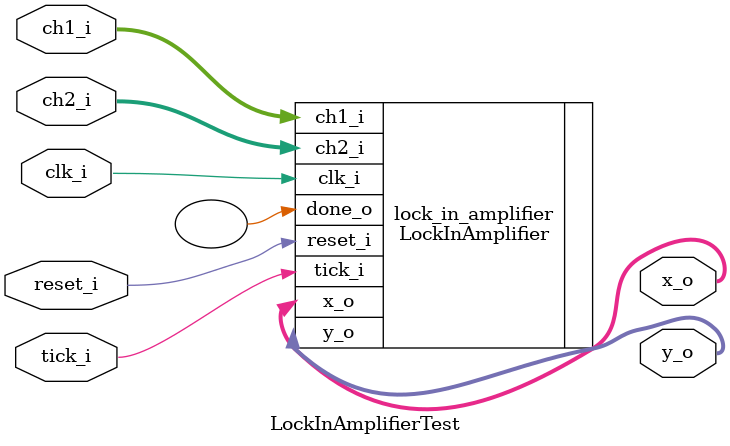
<source format=sv>
module LockInAmplifierTest (
    input logic clk_i,
    input logic reset_i,
    input logic tick_i,
    input logic [23:0] ch1_i,
    input logic [23:0] ch2_i,
    output logic [23:0] x_o,
    output logic [23:0] y_o
);

    LockInAmplifier #(
        .NUM_BITS(24)
    ) lock_in_amplifier (
        .clk_i(clk_i),
        .reset_i(reset_i),
        .tick_i(tick_i),
        .ch1_i(ch1_i),
        .ch2_i(ch2_i),
        .x_o(x_o),
        .y_o(y_o),
        .done_o()
    );

endmodule

</source>
